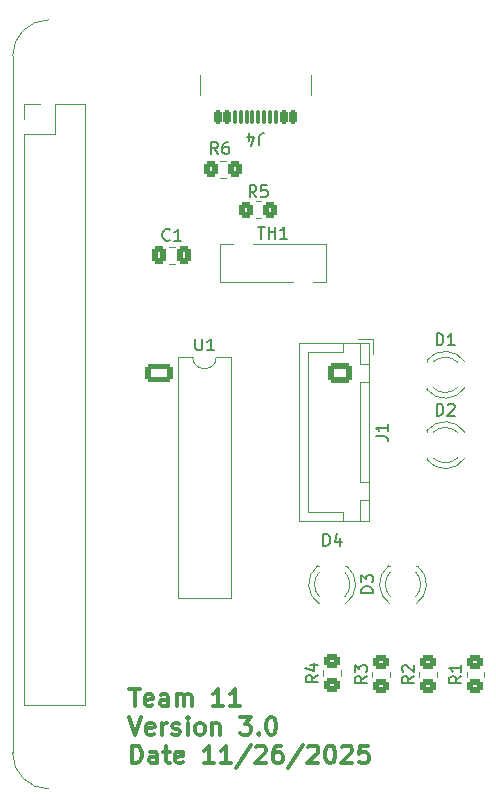
<source format=gbr>
%TF.GenerationSoftware,KiCad,Pcbnew,9.0.2*%
%TF.CreationDate,2025-11-26T15:53:52-08:00*%
%TF.ProjectId,ECE411_1,45434534-3131-45f3-912e-6b696361645f,3.0*%
%TF.SameCoordinates,Original*%
%TF.FileFunction,Legend,Top*%
%TF.FilePolarity,Positive*%
%FSLAX46Y46*%
G04 Gerber Fmt 4.6, Leading zero omitted, Abs format (unit mm)*
G04 Created by KiCad (PCBNEW 9.0.2) date 2025-11-26 15:53:52*
%MOMM*%
%LPD*%
G01*
G04 APERTURE LIST*
G04 Aperture macros list*
%AMRoundRect*
0 Rectangle with rounded corners*
0 $1 Rounding radius*
0 $2 $3 $4 $5 $6 $7 $8 $9 X,Y pos of 4 corners*
0 Add a 4 corners polygon primitive as box body*
4,1,4,$2,$3,$4,$5,$6,$7,$8,$9,$2,$3,0*
0 Add four circle primitives for the rounded corners*
1,1,$1+$1,$2,$3*
1,1,$1+$1,$4,$5*
1,1,$1+$1,$6,$7*
1,1,$1+$1,$8,$9*
0 Add four rect primitives between the rounded corners*
20,1,$1+$1,$2,$3,$4,$5,0*
20,1,$1+$1,$4,$5,$6,$7,0*
20,1,$1+$1,$6,$7,$8,$9,0*
20,1,$1+$1,$8,$9,$2,$3,0*%
G04 Aperture macros list end*
%ADD10C,0.300000*%
%ADD11C,0.150000*%
%ADD12C,0.120000*%
%ADD13C,0.650000*%
%ADD14RoundRect,0.150000X0.150000X0.425000X-0.150000X0.425000X-0.150000X-0.425000X0.150000X-0.425000X0*%
%ADD15RoundRect,0.075000X0.075000X0.500000X-0.075000X0.500000X-0.075000X-0.500000X0.075000X-0.500000X0*%
%ADD16O,1.000000X2.100000*%
%ADD17O,1.000000X1.800000*%
%ADD18RoundRect,0.250000X-0.725000X0.600000X-0.725000X-0.600000X0.725000X-0.600000X0.725000X0.600000X0*%
%ADD19O,1.950000X1.700000*%
%ADD20R,1.800000X1.800000*%
%ADD21C,1.800000*%
%ADD22C,6.000000*%
%ADD23C,2.010000*%
%ADD24R,1.700000X1.700000*%
%ADD25O,1.700000X1.700000*%
%ADD26RoundRect,0.250000X-0.337500X-0.475000X0.337500X-0.475000X0.337500X0.475000X-0.337500X0.475000X0*%
%ADD27RoundRect,0.250000X0.450000X-0.350000X0.450000X0.350000X-0.450000X0.350000X-0.450000X-0.350000X0*%
%ADD28RoundRect,0.250000X0.350000X0.450000X-0.350000X0.450000X-0.350000X-0.450000X0.350000X-0.450000X0*%
%ADD29RoundRect,0.250000X-0.950000X-0.550000X0.950000X-0.550000X0.950000X0.550000X-0.950000X0.550000X0*%
%ADD30O,2.400000X1.600000*%
G04 APERTURE END LIST*
D10*
X112840225Y-141055828D02*
X113697368Y-141055828D01*
X113268796Y-142555828D02*
X113268796Y-141055828D01*
X114768796Y-142484400D02*
X114625939Y-142555828D01*
X114625939Y-142555828D02*
X114340225Y-142555828D01*
X114340225Y-142555828D02*
X114197367Y-142484400D01*
X114197367Y-142484400D02*
X114125939Y-142341542D01*
X114125939Y-142341542D02*
X114125939Y-141770114D01*
X114125939Y-141770114D02*
X114197367Y-141627257D01*
X114197367Y-141627257D02*
X114340225Y-141555828D01*
X114340225Y-141555828D02*
X114625939Y-141555828D01*
X114625939Y-141555828D02*
X114768796Y-141627257D01*
X114768796Y-141627257D02*
X114840225Y-141770114D01*
X114840225Y-141770114D02*
X114840225Y-141912971D01*
X114840225Y-141912971D02*
X114125939Y-142055828D01*
X116125939Y-142555828D02*
X116125939Y-141770114D01*
X116125939Y-141770114D02*
X116054510Y-141627257D01*
X116054510Y-141627257D02*
X115911653Y-141555828D01*
X115911653Y-141555828D02*
X115625939Y-141555828D01*
X115625939Y-141555828D02*
X115483081Y-141627257D01*
X116125939Y-142484400D02*
X115983081Y-142555828D01*
X115983081Y-142555828D02*
X115625939Y-142555828D01*
X115625939Y-142555828D02*
X115483081Y-142484400D01*
X115483081Y-142484400D02*
X115411653Y-142341542D01*
X115411653Y-142341542D02*
X115411653Y-142198685D01*
X115411653Y-142198685D02*
X115483081Y-142055828D01*
X115483081Y-142055828D02*
X115625939Y-141984400D01*
X115625939Y-141984400D02*
X115983081Y-141984400D01*
X115983081Y-141984400D02*
X116125939Y-141912971D01*
X116840224Y-142555828D02*
X116840224Y-141555828D01*
X116840224Y-141698685D02*
X116911653Y-141627257D01*
X116911653Y-141627257D02*
X117054510Y-141555828D01*
X117054510Y-141555828D02*
X117268796Y-141555828D01*
X117268796Y-141555828D02*
X117411653Y-141627257D01*
X117411653Y-141627257D02*
X117483082Y-141770114D01*
X117483082Y-141770114D02*
X117483082Y-142555828D01*
X117483082Y-141770114D02*
X117554510Y-141627257D01*
X117554510Y-141627257D02*
X117697367Y-141555828D01*
X117697367Y-141555828D02*
X117911653Y-141555828D01*
X117911653Y-141555828D02*
X118054510Y-141627257D01*
X118054510Y-141627257D02*
X118125939Y-141770114D01*
X118125939Y-141770114D02*
X118125939Y-142555828D01*
X120768796Y-142555828D02*
X119911653Y-142555828D01*
X120340224Y-142555828D02*
X120340224Y-141055828D01*
X120340224Y-141055828D02*
X120197367Y-141270114D01*
X120197367Y-141270114D02*
X120054510Y-141412971D01*
X120054510Y-141412971D02*
X119911653Y-141484400D01*
X122197367Y-142555828D02*
X121340224Y-142555828D01*
X121768795Y-142555828D02*
X121768795Y-141055828D01*
X121768795Y-141055828D02*
X121625938Y-141270114D01*
X121625938Y-141270114D02*
X121483081Y-141412971D01*
X121483081Y-141412971D02*
X121340224Y-141484400D01*
X112840225Y-143470744D02*
X113340225Y-144970744D01*
X113340225Y-144970744D02*
X113840225Y-143470744D01*
X114911653Y-144899316D02*
X114768796Y-144970744D01*
X114768796Y-144970744D02*
X114483082Y-144970744D01*
X114483082Y-144970744D02*
X114340224Y-144899316D01*
X114340224Y-144899316D02*
X114268796Y-144756458D01*
X114268796Y-144756458D02*
X114268796Y-144185030D01*
X114268796Y-144185030D02*
X114340224Y-144042173D01*
X114340224Y-144042173D02*
X114483082Y-143970744D01*
X114483082Y-143970744D02*
X114768796Y-143970744D01*
X114768796Y-143970744D02*
X114911653Y-144042173D01*
X114911653Y-144042173D02*
X114983082Y-144185030D01*
X114983082Y-144185030D02*
X114983082Y-144327887D01*
X114983082Y-144327887D02*
X114268796Y-144470744D01*
X115625938Y-144970744D02*
X115625938Y-143970744D01*
X115625938Y-144256458D02*
X115697367Y-144113601D01*
X115697367Y-144113601D02*
X115768796Y-144042173D01*
X115768796Y-144042173D02*
X115911653Y-143970744D01*
X115911653Y-143970744D02*
X116054510Y-143970744D01*
X116483081Y-144899316D02*
X116625938Y-144970744D01*
X116625938Y-144970744D02*
X116911652Y-144970744D01*
X116911652Y-144970744D02*
X117054509Y-144899316D01*
X117054509Y-144899316D02*
X117125938Y-144756458D01*
X117125938Y-144756458D02*
X117125938Y-144685030D01*
X117125938Y-144685030D02*
X117054509Y-144542173D01*
X117054509Y-144542173D02*
X116911652Y-144470744D01*
X116911652Y-144470744D02*
X116697367Y-144470744D01*
X116697367Y-144470744D02*
X116554509Y-144399316D01*
X116554509Y-144399316D02*
X116483081Y-144256458D01*
X116483081Y-144256458D02*
X116483081Y-144185030D01*
X116483081Y-144185030D02*
X116554509Y-144042173D01*
X116554509Y-144042173D02*
X116697367Y-143970744D01*
X116697367Y-143970744D02*
X116911652Y-143970744D01*
X116911652Y-143970744D02*
X117054509Y-144042173D01*
X117768795Y-144970744D02*
X117768795Y-143970744D01*
X117768795Y-143470744D02*
X117697367Y-143542173D01*
X117697367Y-143542173D02*
X117768795Y-143613601D01*
X117768795Y-143613601D02*
X117840224Y-143542173D01*
X117840224Y-143542173D02*
X117768795Y-143470744D01*
X117768795Y-143470744D02*
X117768795Y-143613601D01*
X118697367Y-144970744D02*
X118554510Y-144899316D01*
X118554510Y-144899316D02*
X118483081Y-144827887D01*
X118483081Y-144827887D02*
X118411653Y-144685030D01*
X118411653Y-144685030D02*
X118411653Y-144256458D01*
X118411653Y-144256458D02*
X118483081Y-144113601D01*
X118483081Y-144113601D02*
X118554510Y-144042173D01*
X118554510Y-144042173D02*
X118697367Y-143970744D01*
X118697367Y-143970744D02*
X118911653Y-143970744D01*
X118911653Y-143970744D02*
X119054510Y-144042173D01*
X119054510Y-144042173D02*
X119125939Y-144113601D01*
X119125939Y-144113601D02*
X119197367Y-144256458D01*
X119197367Y-144256458D02*
X119197367Y-144685030D01*
X119197367Y-144685030D02*
X119125939Y-144827887D01*
X119125939Y-144827887D02*
X119054510Y-144899316D01*
X119054510Y-144899316D02*
X118911653Y-144970744D01*
X118911653Y-144970744D02*
X118697367Y-144970744D01*
X119840224Y-143970744D02*
X119840224Y-144970744D01*
X119840224Y-144113601D02*
X119911653Y-144042173D01*
X119911653Y-144042173D02*
X120054510Y-143970744D01*
X120054510Y-143970744D02*
X120268796Y-143970744D01*
X120268796Y-143970744D02*
X120411653Y-144042173D01*
X120411653Y-144042173D02*
X120483082Y-144185030D01*
X120483082Y-144185030D02*
X120483082Y-144970744D01*
X122197367Y-143470744D02*
X123125939Y-143470744D01*
X123125939Y-143470744D02*
X122625939Y-144042173D01*
X122625939Y-144042173D02*
X122840224Y-144042173D01*
X122840224Y-144042173D02*
X122983082Y-144113601D01*
X122983082Y-144113601D02*
X123054510Y-144185030D01*
X123054510Y-144185030D02*
X123125939Y-144327887D01*
X123125939Y-144327887D02*
X123125939Y-144685030D01*
X123125939Y-144685030D02*
X123054510Y-144827887D01*
X123054510Y-144827887D02*
X122983082Y-144899316D01*
X122983082Y-144899316D02*
X122840224Y-144970744D01*
X122840224Y-144970744D02*
X122411653Y-144970744D01*
X122411653Y-144970744D02*
X122268796Y-144899316D01*
X122268796Y-144899316D02*
X122197367Y-144827887D01*
X123768795Y-144827887D02*
X123840224Y-144899316D01*
X123840224Y-144899316D02*
X123768795Y-144970744D01*
X123768795Y-144970744D02*
X123697367Y-144899316D01*
X123697367Y-144899316D02*
X123768795Y-144827887D01*
X123768795Y-144827887D02*
X123768795Y-144970744D01*
X124768796Y-143470744D02*
X124911653Y-143470744D01*
X124911653Y-143470744D02*
X125054510Y-143542173D01*
X125054510Y-143542173D02*
X125125939Y-143613601D01*
X125125939Y-143613601D02*
X125197367Y-143756458D01*
X125197367Y-143756458D02*
X125268796Y-144042173D01*
X125268796Y-144042173D02*
X125268796Y-144399316D01*
X125268796Y-144399316D02*
X125197367Y-144685030D01*
X125197367Y-144685030D02*
X125125939Y-144827887D01*
X125125939Y-144827887D02*
X125054510Y-144899316D01*
X125054510Y-144899316D02*
X124911653Y-144970744D01*
X124911653Y-144970744D02*
X124768796Y-144970744D01*
X124768796Y-144970744D02*
X124625939Y-144899316D01*
X124625939Y-144899316D02*
X124554510Y-144827887D01*
X124554510Y-144827887D02*
X124483081Y-144685030D01*
X124483081Y-144685030D02*
X124411653Y-144399316D01*
X124411653Y-144399316D02*
X124411653Y-144042173D01*
X124411653Y-144042173D02*
X124483081Y-143756458D01*
X124483081Y-143756458D02*
X124554510Y-143613601D01*
X124554510Y-143613601D02*
X124625939Y-143542173D01*
X124625939Y-143542173D02*
X124768796Y-143470744D01*
X113054510Y-147385660D02*
X113054510Y-145885660D01*
X113054510Y-145885660D02*
X113411653Y-145885660D01*
X113411653Y-145885660D02*
X113625939Y-145957089D01*
X113625939Y-145957089D02*
X113768796Y-146099946D01*
X113768796Y-146099946D02*
X113840225Y-146242803D01*
X113840225Y-146242803D02*
X113911653Y-146528517D01*
X113911653Y-146528517D02*
X113911653Y-146742803D01*
X113911653Y-146742803D02*
X113840225Y-147028517D01*
X113840225Y-147028517D02*
X113768796Y-147171374D01*
X113768796Y-147171374D02*
X113625939Y-147314232D01*
X113625939Y-147314232D02*
X113411653Y-147385660D01*
X113411653Y-147385660D02*
X113054510Y-147385660D01*
X115197368Y-147385660D02*
X115197368Y-146599946D01*
X115197368Y-146599946D02*
X115125939Y-146457089D01*
X115125939Y-146457089D02*
X114983082Y-146385660D01*
X114983082Y-146385660D02*
X114697368Y-146385660D01*
X114697368Y-146385660D02*
X114554510Y-146457089D01*
X115197368Y-147314232D02*
X115054510Y-147385660D01*
X115054510Y-147385660D02*
X114697368Y-147385660D01*
X114697368Y-147385660D02*
X114554510Y-147314232D01*
X114554510Y-147314232D02*
X114483082Y-147171374D01*
X114483082Y-147171374D02*
X114483082Y-147028517D01*
X114483082Y-147028517D02*
X114554510Y-146885660D01*
X114554510Y-146885660D02*
X114697368Y-146814232D01*
X114697368Y-146814232D02*
X115054510Y-146814232D01*
X115054510Y-146814232D02*
X115197368Y-146742803D01*
X115697368Y-146385660D02*
X116268796Y-146385660D01*
X115911653Y-145885660D02*
X115911653Y-147171374D01*
X115911653Y-147171374D02*
X115983082Y-147314232D01*
X115983082Y-147314232D02*
X116125939Y-147385660D01*
X116125939Y-147385660D02*
X116268796Y-147385660D01*
X117340225Y-147314232D02*
X117197368Y-147385660D01*
X117197368Y-147385660D02*
X116911654Y-147385660D01*
X116911654Y-147385660D02*
X116768796Y-147314232D01*
X116768796Y-147314232D02*
X116697368Y-147171374D01*
X116697368Y-147171374D02*
X116697368Y-146599946D01*
X116697368Y-146599946D02*
X116768796Y-146457089D01*
X116768796Y-146457089D02*
X116911654Y-146385660D01*
X116911654Y-146385660D02*
X117197368Y-146385660D01*
X117197368Y-146385660D02*
X117340225Y-146457089D01*
X117340225Y-146457089D02*
X117411654Y-146599946D01*
X117411654Y-146599946D02*
X117411654Y-146742803D01*
X117411654Y-146742803D02*
X116697368Y-146885660D01*
X119983082Y-147385660D02*
X119125939Y-147385660D01*
X119554510Y-147385660D02*
X119554510Y-145885660D01*
X119554510Y-145885660D02*
X119411653Y-146099946D01*
X119411653Y-146099946D02*
X119268796Y-146242803D01*
X119268796Y-146242803D02*
X119125939Y-146314232D01*
X121411653Y-147385660D02*
X120554510Y-147385660D01*
X120983081Y-147385660D02*
X120983081Y-145885660D01*
X120983081Y-145885660D02*
X120840224Y-146099946D01*
X120840224Y-146099946D02*
X120697367Y-146242803D01*
X120697367Y-146242803D02*
X120554510Y-146314232D01*
X123125938Y-145814232D02*
X121840224Y-147742803D01*
X123554510Y-146028517D02*
X123625938Y-145957089D01*
X123625938Y-145957089D02*
X123768796Y-145885660D01*
X123768796Y-145885660D02*
X124125938Y-145885660D01*
X124125938Y-145885660D02*
X124268796Y-145957089D01*
X124268796Y-145957089D02*
X124340224Y-146028517D01*
X124340224Y-146028517D02*
X124411653Y-146171374D01*
X124411653Y-146171374D02*
X124411653Y-146314232D01*
X124411653Y-146314232D02*
X124340224Y-146528517D01*
X124340224Y-146528517D02*
X123483081Y-147385660D01*
X123483081Y-147385660D02*
X124411653Y-147385660D01*
X125697367Y-145885660D02*
X125411652Y-145885660D01*
X125411652Y-145885660D02*
X125268795Y-145957089D01*
X125268795Y-145957089D02*
X125197367Y-146028517D01*
X125197367Y-146028517D02*
X125054509Y-146242803D01*
X125054509Y-146242803D02*
X124983081Y-146528517D01*
X124983081Y-146528517D02*
X124983081Y-147099946D01*
X124983081Y-147099946D02*
X125054509Y-147242803D01*
X125054509Y-147242803D02*
X125125938Y-147314232D01*
X125125938Y-147314232D02*
X125268795Y-147385660D01*
X125268795Y-147385660D02*
X125554509Y-147385660D01*
X125554509Y-147385660D02*
X125697367Y-147314232D01*
X125697367Y-147314232D02*
X125768795Y-147242803D01*
X125768795Y-147242803D02*
X125840224Y-147099946D01*
X125840224Y-147099946D02*
X125840224Y-146742803D01*
X125840224Y-146742803D02*
X125768795Y-146599946D01*
X125768795Y-146599946D02*
X125697367Y-146528517D01*
X125697367Y-146528517D02*
X125554509Y-146457089D01*
X125554509Y-146457089D02*
X125268795Y-146457089D01*
X125268795Y-146457089D02*
X125125938Y-146528517D01*
X125125938Y-146528517D02*
X125054509Y-146599946D01*
X125054509Y-146599946D02*
X124983081Y-146742803D01*
X127554509Y-145814232D02*
X126268795Y-147742803D01*
X127983081Y-146028517D02*
X128054509Y-145957089D01*
X128054509Y-145957089D02*
X128197367Y-145885660D01*
X128197367Y-145885660D02*
X128554509Y-145885660D01*
X128554509Y-145885660D02*
X128697367Y-145957089D01*
X128697367Y-145957089D02*
X128768795Y-146028517D01*
X128768795Y-146028517D02*
X128840224Y-146171374D01*
X128840224Y-146171374D02*
X128840224Y-146314232D01*
X128840224Y-146314232D02*
X128768795Y-146528517D01*
X128768795Y-146528517D02*
X127911652Y-147385660D01*
X127911652Y-147385660D02*
X128840224Y-147385660D01*
X129768795Y-145885660D02*
X129911652Y-145885660D01*
X129911652Y-145885660D02*
X130054509Y-145957089D01*
X130054509Y-145957089D02*
X130125938Y-146028517D01*
X130125938Y-146028517D02*
X130197366Y-146171374D01*
X130197366Y-146171374D02*
X130268795Y-146457089D01*
X130268795Y-146457089D02*
X130268795Y-146814232D01*
X130268795Y-146814232D02*
X130197366Y-147099946D01*
X130197366Y-147099946D02*
X130125938Y-147242803D01*
X130125938Y-147242803D02*
X130054509Y-147314232D01*
X130054509Y-147314232D02*
X129911652Y-147385660D01*
X129911652Y-147385660D02*
X129768795Y-147385660D01*
X129768795Y-147385660D02*
X129625938Y-147314232D01*
X129625938Y-147314232D02*
X129554509Y-147242803D01*
X129554509Y-147242803D02*
X129483080Y-147099946D01*
X129483080Y-147099946D02*
X129411652Y-146814232D01*
X129411652Y-146814232D02*
X129411652Y-146457089D01*
X129411652Y-146457089D02*
X129483080Y-146171374D01*
X129483080Y-146171374D02*
X129554509Y-146028517D01*
X129554509Y-146028517D02*
X129625938Y-145957089D01*
X129625938Y-145957089D02*
X129768795Y-145885660D01*
X130840223Y-146028517D02*
X130911651Y-145957089D01*
X130911651Y-145957089D02*
X131054509Y-145885660D01*
X131054509Y-145885660D02*
X131411651Y-145885660D01*
X131411651Y-145885660D02*
X131554509Y-145957089D01*
X131554509Y-145957089D02*
X131625937Y-146028517D01*
X131625937Y-146028517D02*
X131697366Y-146171374D01*
X131697366Y-146171374D02*
X131697366Y-146314232D01*
X131697366Y-146314232D02*
X131625937Y-146528517D01*
X131625937Y-146528517D02*
X130768794Y-147385660D01*
X130768794Y-147385660D02*
X131697366Y-147385660D01*
X133054508Y-145885660D02*
X132340222Y-145885660D01*
X132340222Y-145885660D02*
X132268794Y-146599946D01*
X132268794Y-146599946D02*
X132340222Y-146528517D01*
X132340222Y-146528517D02*
X132483080Y-146457089D01*
X132483080Y-146457089D02*
X132840222Y-146457089D01*
X132840222Y-146457089D02*
X132983080Y-146528517D01*
X132983080Y-146528517D02*
X133054508Y-146599946D01*
X133054508Y-146599946D02*
X133125937Y-146742803D01*
X133125937Y-146742803D02*
X133125937Y-147099946D01*
X133125937Y-147099946D02*
X133054508Y-147242803D01*
X133054508Y-147242803D02*
X132983080Y-147314232D01*
X132983080Y-147314232D02*
X132840222Y-147385660D01*
X132840222Y-147385660D02*
X132483080Y-147385660D01*
X132483080Y-147385660D02*
X132340222Y-147314232D01*
X132340222Y-147314232D02*
X132268794Y-147242803D01*
D11*
X123833333Y-95045180D02*
X123833333Y-94330895D01*
X123833333Y-94330895D02*
X123880952Y-94188038D01*
X123880952Y-94188038D02*
X123976190Y-94092800D01*
X123976190Y-94092800D02*
X124119047Y-94045180D01*
X124119047Y-94045180D02*
X124214285Y-94045180D01*
X122928571Y-94711847D02*
X122928571Y-94045180D01*
X123166666Y-95092800D02*
X123404761Y-94378514D01*
X123404761Y-94378514D02*
X122785714Y-94378514D01*
X133694819Y-119678203D02*
X134409104Y-119678203D01*
X134409104Y-119678203D02*
X134551961Y-119725822D01*
X134551961Y-119725822D02*
X134647200Y-119821060D01*
X134647200Y-119821060D02*
X134694819Y-119963917D01*
X134694819Y-119963917D02*
X134694819Y-120059155D01*
X134694819Y-118678203D02*
X134694819Y-119249631D01*
X134694819Y-118963917D02*
X133694819Y-118963917D01*
X133694819Y-118963917D02*
X133837676Y-119059155D01*
X133837676Y-119059155D02*
X133932914Y-119154393D01*
X133932914Y-119154393D02*
X133980533Y-119249631D01*
X138840099Y-111985876D02*
X138840099Y-110985876D01*
X138840099Y-110985876D02*
X139078194Y-110985876D01*
X139078194Y-110985876D02*
X139221051Y-111033495D01*
X139221051Y-111033495D02*
X139316289Y-111128733D01*
X139316289Y-111128733D02*
X139363908Y-111223971D01*
X139363908Y-111223971D02*
X139411527Y-111414447D01*
X139411527Y-111414447D02*
X139411527Y-111557304D01*
X139411527Y-111557304D02*
X139363908Y-111747780D01*
X139363908Y-111747780D02*
X139316289Y-111843018D01*
X139316289Y-111843018D02*
X139221051Y-111938257D01*
X139221051Y-111938257D02*
X139078194Y-111985876D01*
X139078194Y-111985876D02*
X138840099Y-111985876D01*
X140363908Y-111985876D02*
X139792480Y-111985876D01*
X140078194Y-111985876D02*
X140078194Y-110985876D01*
X140078194Y-110985876D02*
X139982956Y-111128733D01*
X139982956Y-111128733D02*
X139887718Y-111223971D01*
X139887718Y-111223971D02*
X139792480Y-111271590D01*
X123714286Y-101954819D02*
X124285714Y-101954819D01*
X124000000Y-102954819D02*
X124000000Y-101954819D01*
X124619048Y-102954819D02*
X124619048Y-101954819D01*
X124619048Y-102431009D02*
X125190476Y-102431009D01*
X125190476Y-102954819D02*
X125190476Y-101954819D01*
X126190476Y-102954819D02*
X125619048Y-102954819D01*
X125904762Y-102954819D02*
X125904762Y-101954819D01*
X125904762Y-101954819D02*
X125809524Y-102097676D01*
X125809524Y-102097676D02*
X125714286Y-102192914D01*
X125714286Y-102192914D02*
X125619048Y-102240533D01*
X133454819Y-132968094D02*
X132454819Y-132968094D01*
X132454819Y-132968094D02*
X132454819Y-132729999D01*
X132454819Y-132729999D02*
X132502438Y-132587142D01*
X132502438Y-132587142D02*
X132597676Y-132491904D01*
X132597676Y-132491904D02*
X132692914Y-132444285D01*
X132692914Y-132444285D02*
X132883390Y-132396666D01*
X132883390Y-132396666D02*
X133026247Y-132396666D01*
X133026247Y-132396666D02*
X133216723Y-132444285D01*
X133216723Y-132444285D02*
X133311961Y-132491904D01*
X133311961Y-132491904D02*
X133407200Y-132587142D01*
X133407200Y-132587142D02*
X133454819Y-132729999D01*
X133454819Y-132729999D02*
X133454819Y-132968094D01*
X132454819Y-132063332D02*
X132454819Y-131444285D01*
X132454819Y-131444285D02*
X132835771Y-131777618D01*
X132835771Y-131777618D02*
X132835771Y-131634761D01*
X132835771Y-131634761D02*
X132883390Y-131539523D01*
X132883390Y-131539523D02*
X132931009Y-131491904D01*
X132931009Y-131491904D02*
X133026247Y-131444285D01*
X133026247Y-131444285D02*
X133264342Y-131444285D01*
X133264342Y-131444285D02*
X133359580Y-131491904D01*
X133359580Y-131491904D02*
X133407200Y-131539523D01*
X133407200Y-131539523D02*
X133454819Y-131634761D01*
X133454819Y-131634761D02*
X133454819Y-131920475D01*
X133454819Y-131920475D02*
X133407200Y-132015713D01*
X133407200Y-132015713D02*
X133359580Y-132063332D01*
X138840099Y-117940455D02*
X138840099Y-116940455D01*
X138840099Y-116940455D02*
X139078194Y-116940455D01*
X139078194Y-116940455D02*
X139221051Y-116988074D01*
X139221051Y-116988074D02*
X139316289Y-117083312D01*
X139316289Y-117083312D02*
X139363908Y-117178550D01*
X139363908Y-117178550D02*
X139411527Y-117369026D01*
X139411527Y-117369026D02*
X139411527Y-117511883D01*
X139411527Y-117511883D02*
X139363908Y-117702359D01*
X139363908Y-117702359D02*
X139316289Y-117797597D01*
X139316289Y-117797597D02*
X139221051Y-117892836D01*
X139221051Y-117892836D02*
X139078194Y-117940455D01*
X139078194Y-117940455D02*
X138840099Y-117940455D01*
X139792480Y-117035693D02*
X139840099Y-116988074D01*
X139840099Y-116988074D02*
X139935337Y-116940455D01*
X139935337Y-116940455D02*
X140173432Y-116940455D01*
X140173432Y-116940455D02*
X140268670Y-116988074D01*
X140268670Y-116988074D02*
X140316289Y-117035693D01*
X140316289Y-117035693D02*
X140363908Y-117130931D01*
X140363908Y-117130931D02*
X140363908Y-117226169D01*
X140363908Y-117226169D02*
X140316289Y-117369026D01*
X140316289Y-117369026D02*
X139744861Y-117940455D01*
X139744861Y-117940455D02*
X140363908Y-117940455D01*
X116252611Y-103043302D02*
X116204992Y-103090922D01*
X116204992Y-103090922D02*
X116062135Y-103138541D01*
X116062135Y-103138541D02*
X115966897Y-103138541D01*
X115966897Y-103138541D02*
X115824040Y-103090922D01*
X115824040Y-103090922D02*
X115728802Y-102995683D01*
X115728802Y-102995683D02*
X115681183Y-102900445D01*
X115681183Y-102900445D02*
X115633564Y-102709969D01*
X115633564Y-102709969D02*
X115633564Y-102567112D01*
X115633564Y-102567112D02*
X115681183Y-102376636D01*
X115681183Y-102376636D02*
X115728802Y-102281398D01*
X115728802Y-102281398D02*
X115824040Y-102186160D01*
X115824040Y-102186160D02*
X115966897Y-102138541D01*
X115966897Y-102138541D02*
X116062135Y-102138541D01*
X116062135Y-102138541D02*
X116204992Y-102186160D01*
X116204992Y-102186160D02*
X116252611Y-102233779D01*
X117204992Y-103138541D02*
X116633564Y-103138541D01*
X116919278Y-103138541D02*
X116919278Y-102138541D01*
X116919278Y-102138541D02*
X116824040Y-102281398D01*
X116824040Y-102281398D02*
X116728802Y-102376636D01*
X116728802Y-102376636D02*
X116633564Y-102424255D01*
X140932766Y-140007325D02*
X140456575Y-140340658D01*
X140932766Y-140578753D02*
X139932766Y-140578753D01*
X139932766Y-140578753D02*
X139932766Y-140197801D01*
X139932766Y-140197801D02*
X139980385Y-140102563D01*
X139980385Y-140102563D02*
X140028004Y-140054944D01*
X140028004Y-140054944D02*
X140123242Y-140007325D01*
X140123242Y-140007325D02*
X140266099Y-140007325D01*
X140266099Y-140007325D02*
X140361337Y-140054944D01*
X140361337Y-140054944D02*
X140408956Y-140102563D01*
X140408956Y-140102563D02*
X140456575Y-140197801D01*
X140456575Y-140197801D02*
X140456575Y-140578753D01*
X140932766Y-139054944D02*
X140932766Y-139626372D01*
X140932766Y-139340658D02*
X139932766Y-139340658D01*
X139932766Y-139340658D02*
X140075623Y-139435896D01*
X140075623Y-139435896D02*
X140170861Y-139531134D01*
X140170861Y-139531134D02*
X140218480Y-139626372D01*
X120331035Y-95783835D02*
X119997702Y-95307644D01*
X119759607Y-95783835D02*
X119759607Y-94783835D01*
X119759607Y-94783835D02*
X120140559Y-94783835D01*
X120140559Y-94783835D02*
X120235797Y-94831454D01*
X120235797Y-94831454D02*
X120283416Y-94879073D01*
X120283416Y-94879073D02*
X120331035Y-94974311D01*
X120331035Y-94974311D02*
X120331035Y-95117168D01*
X120331035Y-95117168D02*
X120283416Y-95212406D01*
X120283416Y-95212406D02*
X120235797Y-95260025D01*
X120235797Y-95260025D02*
X120140559Y-95307644D01*
X120140559Y-95307644D02*
X119759607Y-95307644D01*
X121188178Y-94783835D02*
X120997702Y-94783835D01*
X120997702Y-94783835D02*
X120902464Y-94831454D01*
X120902464Y-94831454D02*
X120854845Y-94879073D01*
X120854845Y-94879073D02*
X120759607Y-95021930D01*
X120759607Y-95021930D02*
X120711988Y-95212406D01*
X120711988Y-95212406D02*
X120711988Y-95593358D01*
X120711988Y-95593358D02*
X120759607Y-95688596D01*
X120759607Y-95688596D02*
X120807226Y-95736216D01*
X120807226Y-95736216D02*
X120902464Y-95783835D01*
X120902464Y-95783835D02*
X121092940Y-95783835D01*
X121092940Y-95783835D02*
X121188178Y-95736216D01*
X121188178Y-95736216D02*
X121235797Y-95688596D01*
X121235797Y-95688596D02*
X121283416Y-95593358D01*
X121283416Y-95593358D02*
X121283416Y-95355263D01*
X121283416Y-95355263D02*
X121235797Y-95260025D01*
X121235797Y-95260025D02*
X121188178Y-95212406D01*
X121188178Y-95212406D02*
X121092940Y-95164787D01*
X121092940Y-95164787D02*
X120902464Y-95164787D01*
X120902464Y-95164787D02*
X120807226Y-95212406D01*
X120807226Y-95212406D02*
X120759607Y-95260025D01*
X120759607Y-95260025D02*
X120711988Y-95355263D01*
X136932766Y-140007325D02*
X136456575Y-140340658D01*
X136932766Y-140578753D02*
X135932766Y-140578753D01*
X135932766Y-140578753D02*
X135932766Y-140197801D01*
X135932766Y-140197801D02*
X135980385Y-140102563D01*
X135980385Y-140102563D02*
X136028004Y-140054944D01*
X136028004Y-140054944D02*
X136123242Y-140007325D01*
X136123242Y-140007325D02*
X136266099Y-140007325D01*
X136266099Y-140007325D02*
X136361337Y-140054944D01*
X136361337Y-140054944D02*
X136408956Y-140102563D01*
X136408956Y-140102563D02*
X136456575Y-140197801D01*
X136456575Y-140197801D02*
X136456575Y-140578753D01*
X136028004Y-139626372D02*
X135980385Y-139578753D01*
X135980385Y-139578753D02*
X135932766Y-139483515D01*
X135932766Y-139483515D02*
X135932766Y-139245420D01*
X135932766Y-139245420D02*
X135980385Y-139150182D01*
X135980385Y-139150182D02*
X136028004Y-139102563D01*
X136028004Y-139102563D02*
X136123242Y-139054944D01*
X136123242Y-139054944D02*
X136218480Y-139054944D01*
X136218480Y-139054944D02*
X136361337Y-139102563D01*
X136361337Y-139102563D02*
X136932766Y-139673991D01*
X136932766Y-139673991D02*
X136932766Y-139054944D01*
X123579143Y-99454819D02*
X123245810Y-98978628D01*
X123007715Y-99454819D02*
X123007715Y-98454819D01*
X123007715Y-98454819D02*
X123388667Y-98454819D01*
X123388667Y-98454819D02*
X123483905Y-98502438D01*
X123483905Y-98502438D02*
X123531524Y-98550057D01*
X123531524Y-98550057D02*
X123579143Y-98645295D01*
X123579143Y-98645295D02*
X123579143Y-98788152D01*
X123579143Y-98788152D02*
X123531524Y-98883390D01*
X123531524Y-98883390D02*
X123483905Y-98931009D01*
X123483905Y-98931009D02*
X123388667Y-98978628D01*
X123388667Y-98978628D02*
X123007715Y-98978628D01*
X124483905Y-98454819D02*
X124007715Y-98454819D01*
X124007715Y-98454819D02*
X123960096Y-98931009D01*
X123960096Y-98931009D02*
X124007715Y-98883390D01*
X124007715Y-98883390D02*
X124102953Y-98835771D01*
X124102953Y-98835771D02*
X124341048Y-98835771D01*
X124341048Y-98835771D02*
X124436286Y-98883390D01*
X124436286Y-98883390D02*
X124483905Y-98931009D01*
X124483905Y-98931009D02*
X124531524Y-99026247D01*
X124531524Y-99026247D02*
X124531524Y-99264342D01*
X124531524Y-99264342D02*
X124483905Y-99359580D01*
X124483905Y-99359580D02*
X124436286Y-99407200D01*
X124436286Y-99407200D02*
X124341048Y-99454819D01*
X124341048Y-99454819D02*
X124102953Y-99454819D01*
X124102953Y-99454819D02*
X124007715Y-99407200D01*
X124007715Y-99407200D02*
X123960096Y-99359580D01*
X128779889Y-139911300D02*
X128303698Y-140244633D01*
X128779889Y-140482728D02*
X127779889Y-140482728D01*
X127779889Y-140482728D02*
X127779889Y-140101776D01*
X127779889Y-140101776D02*
X127827508Y-140006538D01*
X127827508Y-140006538D02*
X127875127Y-139958919D01*
X127875127Y-139958919D02*
X127970365Y-139911300D01*
X127970365Y-139911300D02*
X128113222Y-139911300D01*
X128113222Y-139911300D02*
X128208460Y-139958919D01*
X128208460Y-139958919D02*
X128256079Y-140006538D01*
X128256079Y-140006538D02*
X128303698Y-140101776D01*
X128303698Y-140101776D02*
X128303698Y-140482728D01*
X128113222Y-139054157D02*
X128779889Y-139054157D01*
X127732270Y-139292252D02*
X128446555Y-139530347D01*
X128446555Y-139530347D02*
X128446555Y-138911300D01*
X129261905Y-128954819D02*
X129261905Y-127954819D01*
X129261905Y-127954819D02*
X129500000Y-127954819D01*
X129500000Y-127954819D02*
X129642857Y-128002438D01*
X129642857Y-128002438D02*
X129738095Y-128097676D01*
X129738095Y-128097676D02*
X129785714Y-128192914D01*
X129785714Y-128192914D02*
X129833333Y-128383390D01*
X129833333Y-128383390D02*
X129833333Y-128526247D01*
X129833333Y-128526247D02*
X129785714Y-128716723D01*
X129785714Y-128716723D02*
X129738095Y-128811961D01*
X129738095Y-128811961D02*
X129642857Y-128907200D01*
X129642857Y-128907200D02*
X129500000Y-128954819D01*
X129500000Y-128954819D02*
X129261905Y-128954819D01*
X130690476Y-128288152D02*
X130690476Y-128954819D01*
X130452381Y-127907200D02*
X130214286Y-128621485D01*
X130214286Y-128621485D02*
X130833333Y-128621485D01*
X118428095Y-111424819D02*
X118428095Y-112234342D01*
X118428095Y-112234342D02*
X118475714Y-112329580D01*
X118475714Y-112329580D02*
X118523333Y-112377200D01*
X118523333Y-112377200D02*
X118618571Y-112424819D01*
X118618571Y-112424819D02*
X118809047Y-112424819D01*
X118809047Y-112424819D02*
X118904285Y-112377200D01*
X118904285Y-112377200D02*
X118951904Y-112329580D01*
X118951904Y-112329580D02*
X118999523Y-112234342D01*
X118999523Y-112234342D02*
X118999523Y-111424819D01*
X119999523Y-112424819D02*
X119428095Y-112424819D01*
X119713809Y-112424819D02*
X119713809Y-111424819D01*
X119713809Y-111424819D02*
X119618571Y-111567676D01*
X119618571Y-111567676D02*
X119523333Y-111662914D01*
X119523333Y-111662914D02*
X119428095Y-111710533D01*
X132932766Y-140007325D02*
X132456575Y-140340658D01*
X132932766Y-140578753D02*
X131932766Y-140578753D01*
X131932766Y-140578753D02*
X131932766Y-140197801D01*
X131932766Y-140197801D02*
X131980385Y-140102563D01*
X131980385Y-140102563D02*
X132028004Y-140054944D01*
X132028004Y-140054944D02*
X132123242Y-140007325D01*
X132123242Y-140007325D02*
X132266099Y-140007325D01*
X132266099Y-140007325D02*
X132361337Y-140054944D01*
X132361337Y-140054944D02*
X132408956Y-140102563D01*
X132408956Y-140102563D02*
X132456575Y-140197801D01*
X132456575Y-140197801D02*
X132456575Y-140578753D01*
X131932766Y-139673991D02*
X131932766Y-139054944D01*
X131932766Y-139054944D02*
X132313718Y-139388277D01*
X132313718Y-139388277D02*
X132313718Y-139245420D01*
X132313718Y-139245420D02*
X132361337Y-139150182D01*
X132361337Y-139150182D02*
X132408956Y-139102563D01*
X132408956Y-139102563D02*
X132504194Y-139054944D01*
X132504194Y-139054944D02*
X132742289Y-139054944D01*
X132742289Y-139054944D02*
X132837527Y-139102563D01*
X132837527Y-139102563D02*
X132885147Y-139150182D01*
X132885147Y-139150182D02*
X132932766Y-139245420D01*
X132932766Y-139245420D02*
X132932766Y-139531134D01*
X132932766Y-139531134D02*
X132885147Y-139626372D01*
X132885147Y-139626372D02*
X132837527Y-139673991D01*
D12*
%TO.C,J4*%
X118830000Y-89100000D02*
X118830000Y-90800000D01*
X128170000Y-89100000D02*
X128170000Y-90800000D01*
%TO.C,J1*%
X127180000Y-111784870D02*
X127180000Y-126904870D01*
X127180000Y-126904870D02*
X133150000Y-126904870D01*
X127940000Y-112544870D02*
X127940000Y-119344870D01*
X127940000Y-126144870D02*
X127940000Y-119344870D01*
X130890000Y-111794870D02*
X130890000Y-112544870D01*
X130890000Y-112544870D02*
X127940000Y-112544870D01*
X130890000Y-126144870D02*
X127940000Y-126144870D01*
X130890000Y-126894870D02*
X130890000Y-126144870D01*
X132390000Y-111794870D02*
X132390000Y-113594870D01*
X132390000Y-113594870D02*
X133140000Y-113594870D01*
X132390000Y-115094870D02*
X132390000Y-123594870D01*
X132390000Y-123594870D02*
X133140000Y-123594870D01*
X132390000Y-125094870D02*
X132390000Y-126894870D01*
X132390000Y-126894870D02*
X133140000Y-126894870D01*
X133140000Y-111794870D02*
X132390000Y-111794870D01*
X133140000Y-113594870D02*
X133140000Y-111794870D01*
X133140000Y-115094870D02*
X132390000Y-115094870D01*
X133140000Y-123594870D02*
X133140000Y-115094870D01*
X133140000Y-125094870D02*
X132390000Y-125094870D01*
X133140000Y-126894870D02*
X133140000Y-125094870D01*
X133150000Y-111784870D02*
X127180000Y-111784870D01*
X133150000Y-126904870D02*
X133150000Y-111784870D01*
X133440000Y-111494870D02*
X132190000Y-111494870D01*
X133440000Y-112744870D02*
X133440000Y-111494870D01*
%TO.C,D1*%
X138018194Y-113255057D02*
X138018194Y-113411057D01*
X138018194Y-115571057D02*
X138018194Y-115727057D01*
X138018194Y-113255541D02*
G75*
G02*
X141249631Y-113411057I1560000J-1235516D01*
G01*
X138537233Y-113411057D02*
G75*
G02*
X140619155Y-113411057I1040961J-1080000D01*
G01*
X140619155Y-115571057D02*
G75*
G02*
X138537233Y-115571057I-1040961J1080000D01*
G01*
X141249631Y-115571057D02*
G75*
G02*
X138018194Y-115726573I-1671437J1080000D01*
G01*
%TO.C,TH1*%
X120500000Y-103400000D02*
X120500000Y-106600000D01*
X120500000Y-103400000D02*
X121612000Y-103400000D01*
X120500000Y-106600000D02*
X126712000Y-106600000D01*
X123288000Y-103400000D02*
X129500000Y-103400000D01*
X128388000Y-106600000D02*
X129500000Y-106600000D01*
X129500000Y-103400000D02*
X129500000Y-106600000D01*
%TO.C,J2*%
X102940000Y-146500000D02*
X102940000Y-87500000D01*
X103900000Y-91540000D02*
X103900000Y-92870000D01*
X103900000Y-94140000D02*
X103900000Y-142460000D01*
X105230000Y-91540000D02*
X103900000Y-91540000D01*
X106500000Y-91540000D02*
X106500000Y-94140000D01*
X106500000Y-94140000D02*
X103900000Y-94140000D01*
X109100000Y-91540000D02*
X106500000Y-91540000D01*
X109100000Y-91540000D02*
X109100000Y-142460000D01*
X109100000Y-142460000D02*
X103900000Y-142460000D01*
X102940000Y-87500000D02*
G75*
G02*
X106000000Y-84440000I3060000J0D01*
G01*
X106000000Y-149560000D02*
G75*
G02*
X102940000Y-146500000I0J3060000D01*
G01*
%TO.C,D3*%
X134920000Y-130670000D02*
X134764000Y-130670000D01*
X137236000Y-130670000D02*
X137080000Y-130670000D01*
X134920000Y-133270961D02*
G75*
G02*
X134920000Y-131189039I1080000J1040961D01*
G01*
X134920000Y-133901437D02*
G75*
G02*
X134764484Y-130670000I1080000J1671437D01*
G01*
X137080000Y-131189039D02*
G75*
G02*
X137080000Y-133270961I-1080000J-1040961D01*
G01*
X137235516Y-130670000D02*
G75*
G02*
X137080000Y-133901437I-1235516J-1560000D01*
G01*
%TO.C,D2*%
X138018194Y-119209636D02*
X138018194Y-119365636D01*
X138018194Y-121525636D02*
X138018194Y-121681636D01*
X138018194Y-119210120D02*
G75*
G02*
X141249631Y-119365636I1560000J-1235516D01*
G01*
X138537233Y-119365636D02*
G75*
G02*
X140619155Y-119365636I1040961J-1080000D01*
G01*
X140619155Y-121525636D02*
G75*
G02*
X138537233Y-121525636I-1040961J1080000D01*
G01*
X141249631Y-121525636D02*
G75*
G02*
X138018194Y-121681152I-1671437J1080000D01*
G01*
%TO.C,C1*%
X116158026Y-103628722D02*
X116680530Y-103628722D01*
X116158026Y-105098722D02*
X116680530Y-105098722D01*
%TO.C,R1*%
X141392947Y-140067723D02*
X141392947Y-139613595D01*
X142862947Y-140067723D02*
X142862947Y-139613595D01*
%TO.C,R6*%
X120982151Y-96354021D02*
X120528023Y-96354021D01*
X120982151Y-97824021D02*
X120528023Y-97824021D01*
%TO.C,R2*%
X137392947Y-140067723D02*
X137392947Y-139613595D01*
X138862947Y-140067723D02*
X138862947Y-139613595D01*
%TO.C,R5*%
X123972874Y-99765000D02*
X123518746Y-99765000D01*
X123972874Y-101235000D02*
X123518746Y-101235000D01*
%TO.C,R4*%
X129240070Y-139971698D02*
X129240070Y-139517570D01*
X130710070Y-139971698D02*
X130710070Y-139517570D01*
%TO.C,D4*%
X128920000Y-130670000D02*
X128764000Y-130670000D01*
X131236000Y-130670000D02*
X131080000Y-130670000D01*
X128920000Y-133270961D02*
G75*
G02*
X128920000Y-131189039I1080000J1040961D01*
G01*
X128920000Y-133901437D02*
G75*
G02*
X128764484Y-130670000I1080000J1671437D01*
G01*
X131080000Y-131189039D02*
G75*
G02*
X131080000Y-133270961I-1080000J-1040961D01*
G01*
X131235516Y-130670000D02*
G75*
G02*
X131080000Y-133901437I-1235516J-1560000D01*
G01*
%TO.C,U1*%
X116940000Y-112970000D02*
X116940000Y-133410000D01*
X116940000Y-133410000D02*
X121440000Y-133410000D01*
X118190000Y-112970000D02*
X116940000Y-112970000D01*
X121440000Y-112970000D02*
X120190000Y-112970000D01*
X121440000Y-133410000D02*
X121440000Y-112970000D01*
X120190000Y-112970000D02*
G75*
G02*
X118190000Y-112970000I-1000000J0D01*
G01*
%TO.C,R3*%
X133392947Y-140067723D02*
X133392947Y-139613595D01*
X134862947Y-140067723D02*
X134862947Y-139613595D01*
%TD*%
%LPC*%
D13*
%TO.C,J4*%
X126390000Y-91605000D03*
X120610000Y-91605000D03*
D14*
X126700000Y-92680000D03*
X125900000Y-92680000D03*
D15*
X124750000Y-92680000D03*
X123750000Y-92680000D03*
X123250000Y-92680000D03*
X122250000Y-92680000D03*
D14*
X121100000Y-92680000D03*
X120300000Y-92680000D03*
X120300000Y-92680000D03*
X121100000Y-92680000D03*
D15*
X121750000Y-92680000D03*
X122750000Y-92680000D03*
X124250000Y-92680000D03*
X125250000Y-92680000D03*
D14*
X125900000Y-92680000D03*
X126700000Y-92680000D03*
D16*
X127820000Y-92105000D03*
D17*
X127820000Y-87925000D03*
D16*
X119180000Y-92105000D03*
D17*
X119180000Y-87925000D03*
%TD*%
D18*
%TO.C,J1*%
X130690000Y-114344870D03*
D19*
X130690000Y-116844870D03*
X130690000Y-119344870D03*
X130690000Y-121844870D03*
X130690000Y-124344870D03*
%TD*%
D20*
%TO.C,D1*%
X138308194Y-114491057D03*
D21*
X140848194Y-114491057D03*
%TD*%
D22*
%TO.C,*%
X141000000Y-146000000D03*
%TD*%
D23*
%TO.C,TH1*%
X122450000Y-104400000D03*
X127550000Y-105600000D03*
%TD*%
D22*
%TO.C,J2*%
X106500000Y-88000000D03*
X106500000Y-146000000D03*
D24*
X105230000Y-92870000D03*
D25*
X107770000Y-92870000D03*
X105230000Y-95410000D03*
X107770000Y-95410000D03*
X105230000Y-97950000D03*
X107770000Y-97950000D03*
X105230000Y-100490000D03*
X107770000Y-100490000D03*
X105230000Y-103030000D03*
X107770000Y-103030000D03*
X105230000Y-105570000D03*
X107770000Y-105570000D03*
X105230000Y-108110000D03*
X107770000Y-108110000D03*
X105230000Y-110650000D03*
X107770000Y-110650000D03*
X105230000Y-113190000D03*
X107770000Y-113190000D03*
X105230000Y-115730000D03*
X107770000Y-115730000D03*
X105230000Y-118270000D03*
X107770000Y-118270000D03*
X105230000Y-120810000D03*
X107770000Y-120810000D03*
X105230000Y-123350000D03*
X107770000Y-123350000D03*
X105230000Y-125890000D03*
X107770000Y-125890000D03*
X105230000Y-128430000D03*
X107770000Y-128430000D03*
X105230000Y-130970000D03*
X107770000Y-130970000D03*
X105230000Y-133510000D03*
X107770000Y-133510000D03*
X105230000Y-136050000D03*
X107770000Y-136050000D03*
X105230000Y-138590000D03*
X107770000Y-138590000D03*
X105230000Y-141130000D03*
X107770000Y-141130000D03*
%TD*%
D20*
%TO.C,D3*%
X136000000Y-130960000D03*
D21*
X136000000Y-133500000D03*
%TD*%
D20*
%TO.C,D2*%
X138308194Y-120445636D03*
D21*
X140848194Y-120445636D03*
%TD*%
D26*
%TO.C,C1*%
X115381778Y-104363722D03*
X117456778Y-104363722D03*
%TD*%
D22*
%TO.C,*%
X141000000Y-88000000D03*
%TD*%
D27*
%TO.C,R1*%
X142127947Y-140840659D03*
X142127947Y-138840659D03*
%TD*%
D28*
%TO.C,R6*%
X121755087Y-97089021D03*
X119755087Y-97089021D03*
%TD*%
D27*
%TO.C,R2*%
X138127947Y-140840659D03*
X138127947Y-138840659D03*
%TD*%
D28*
%TO.C,R5*%
X124745810Y-100500000D03*
X122745810Y-100500000D03*
%TD*%
D27*
%TO.C,R4*%
X129975070Y-140744634D03*
X129975070Y-138744634D03*
%TD*%
D20*
%TO.C,D4*%
X130000000Y-130960000D03*
D21*
X130000000Y-133500000D03*
%TD*%
D29*
%TO.C,U1*%
X115380000Y-114300000D03*
D30*
X115380000Y-116840000D03*
X115380000Y-119380000D03*
X115380000Y-121920000D03*
X115380000Y-124460000D03*
X115380000Y-127000000D03*
X115380000Y-129540000D03*
X115380000Y-132080000D03*
X123000000Y-132080000D03*
X123000000Y-129540000D03*
X123000000Y-127000000D03*
X123000000Y-124460000D03*
X123000000Y-121920000D03*
X123000000Y-119380000D03*
X123000000Y-116840000D03*
X123000000Y-114300000D03*
%TD*%
D27*
%TO.C,R3*%
X134127947Y-140840659D03*
X134127947Y-138840659D03*
%TD*%
%LPD*%
M02*

</source>
